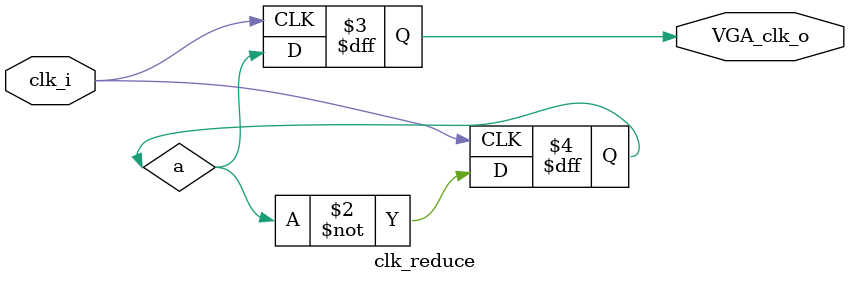
<source format=sv>
module clk_reduce (
    input logic clk_i,
    output logic VGA_clk_o
);
    logic a;

    always_ff @(posedge clk_i) begin
        a <= ~a;
        VGA_clk_o <= a;
    end
endmodule

</source>
